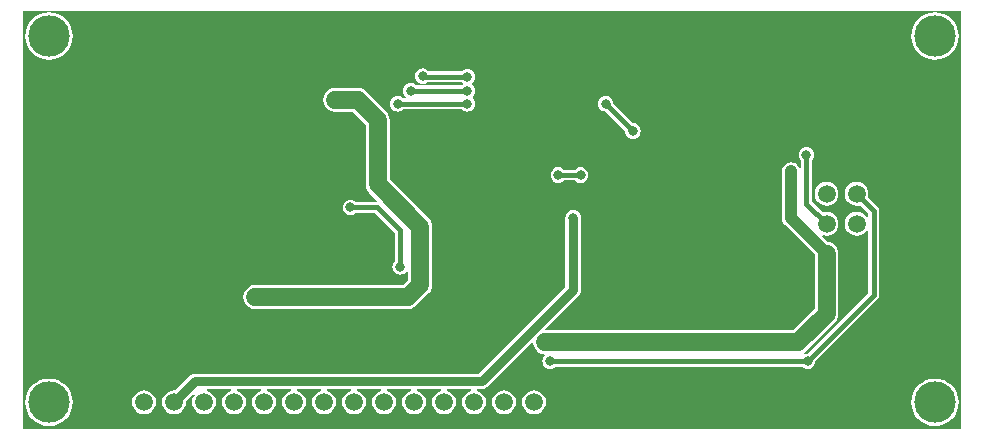
<source format=gbl>
G04 Layer_Physical_Order=2*
G04 Layer_Color=16711680*
%FSLAX25Y25*%
%MOIN*%
G70*
G01*
G75*
%ADD16C,0.03937*%
%ADD17C,0.05906*%
%ADD18C,0.03150*%
%ADD19C,0.01575*%
%ADD25C,0.13780*%
%ADD26R,0.05906X0.05906*%
%ADD27C,0.05906*%
%ADD28R,0.05906X0.05906*%
%ADD29C,0.03150*%
G36*
X313740Y1220D02*
X1220D01*
Y140512D01*
X313740D01*
Y1220D01*
D02*
G37*
%LPC*%
G36*
X161394Y13955D02*
X160362Y13819D01*
X159400Y13421D01*
X158575Y12788D01*
X157941Y11962D01*
X157543Y11000D01*
X157407Y9968D01*
X157543Y8937D01*
X157941Y7975D01*
X158575Y7149D01*
X159400Y6516D01*
X160362Y6117D01*
X161394Y5982D01*
X162426Y6117D01*
X163387Y6516D01*
X164213Y7149D01*
X164847Y7975D01*
X165245Y8937D01*
X165381Y9968D01*
X165245Y11000D01*
X164847Y11962D01*
X164213Y12788D01*
X163387Y13421D01*
X162426Y13819D01*
X161394Y13955D01*
D02*
G37*
G36*
X171394D02*
X170362Y13819D01*
X169400Y13421D01*
X168575Y12788D01*
X167941Y11962D01*
X167543Y11000D01*
X167407Y9968D01*
X167543Y8937D01*
X167941Y7975D01*
X168575Y7149D01*
X169400Y6516D01*
X170362Y6117D01*
X171394Y5982D01*
X172426Y6117D01*
X173387Y6516D01*
X174213Y7149D01*
X174846Y7975D01*
X175245Y8937D01*
X175381Y9968D01*
X175245Y11000D01*
X174846Y11962D01*
X174213Y12788D01*
X173387Y13421D01*
X172426Y13819D01*
X171394Y13955D01*
D02*
G37*
G36*
X268917Y83475D02*
X267885Y83339D01*
X266924Y82941D01*
X266098Y82307D01*
X265465Y81482D01*
X265066Y80520D01*
X264931Y79488D01*
X265066Y78456D01*
X265465Y77495D01*
X266098Y76669D01*
X266924Y76035D01*
X267885Y75637D01*
X268917Y75501D01*
X269949Y75637D01*
X270911Y76035D01*
X271737Y76669D01*
X272370Y77495D01*
X272768Y78456D01*
X272904Y79488D01*
X272768Y80520D01*
X272370Y81482D01*
X271737Y82307D01*
X270911Y82941D01*
X269949Y83339D01*
X268917Y83475D01*
D02*
G37*
G36*
X9740Y17897D02*
X8194Y17744D01*
X6706Y17293D01*
X5336Y16560D01*
X4134Y15574D01*
X3148Y14373D01*
X2416Y13002D01*
X1964Y11515D01*
X1812Y9968D01*
X1964Y8422D01*
X2416Y6935D01*
X3148Y5564D01*
X4134Y4363D01*
X5336Y3377D01*
X6706Y2644D01*
X8194Y2193D01*
X9740Y2041D01*
X11287Y2193D01*
X12774Y2644D01*
X14145Y3377D01*
X15346Y4363D01*
X16332Y5564D01*
X17065Y6935D01*
X17516Y8422D01*
X17668Y9968D01*
X17516Y11515D01*
X17065Y13002D01*
X16332Y14373D01*
X15346Y15574D01*
X14145Y16560D01*
X12774Y17293D01*
X11287Y17744D01*
X9740Y17897D01*
D02*
G37*
G36*
X305016D02*
X303469Y17744D01*
X301982Y17293D01*
X300611Y16560D01*
X299410Y15574D01*
X298424Y14373D01*
X297691Y13002D01*
X297240Y11515D01*
X297088Y9968D01*
X297240Y8422D01*
X297691Y6935D01*
X298424Y5564D01*
X299410Y4363D01*
X300611Y3377D01*
X301982Y2644D01*
X303469Y2193D01*
X305016Y2041D01*
X306562Y2193D01*
X308050Y2644D01*
X309420Y3377D01*
X310622Y4363D01*
X311608Y5564D01*
X312340Y6935D01*
X312791Y8422D01*
X312944Y9968D01*
X312791Y11515D01*
X312340Y13002D01*
X311608Y14373D01*
X310622Y15574D01*
X309420Y16560D01*
X308050Y17293D01*
X306562Y17744D01*
X305016Y17897D01*
D02*
G37*
G36*
X41394Y13955D02*
X40362Y13819D01*
X39400Y13421D01*
X38575Y12788D01*
X37941Y11962D01*
X37543Y11000D01*
X37407Y9968D01*
X37543Y8937D01*
X37941Y7975D01*
X38575Y7149D01*
X39400Y6516D01*
X40362Y6117D01*
X41394Y5982D01*
X42426Y6117D01*
X43387Y6516D01*
X44213Y7149D01*
X44846Y7975D01*
X45245Y8937D01*
X45381Y9968D01*
X45245Y11000D01*
X44846Y11962D01*
X44213Y12788D01*
X43387Y13421D01*
X42426Y13819D01*
X41394Y13955D01*
D02*
G37*
G36*
X134252Y121298D02*
X133580Y121209D01*
X132954Y120950D01*
X132416Y120537D01*
X132003Y119999D01*
X131743Y119373D01*
X131655Y118701D01*
X131743Y118029D01*
X132003Y117402D01*
X132416Y116864D01*
X132954Y116452D01*
X133580Y116192D01*
X134252Y116104D01*
X134924Y116192D01*
X135550Y116452D01*
X135850Y116682D01*
X147365D01*
X147376Y116668D01*
X147647Y116460D01*
X147661Y115966D01*
X147270Y115602D01*
X132162D01*
X132151Y115616D01*
X131614Y116029D01*
X130987Y116288D01*
X130315Y116376D01*
X129643Y116288D01*
X129016Y116029D01*
X128479Y115616D01*
X128066Y115078D01*
X127806Y114452D01*
X127718Y113779D01*
X127806Y113107D01*
X128066Y112481D01*
X128479Y111943D01*
X128703Y111771D01*
X128533Y111271D01*
X127831D01*
X127821Y111285D01*
X127283Y111698D01*
X126656Y111957D01*
X125984Y112046D01*
X125312Y111957D01*
X124686Y111698D01*
X124148Y111285D01*
X123735Y110747D01*
X123476Y110121D01*
X123387Y109449D01*
X123476Y108777D01*
X123735Y108150D01*
X124148Y107612D01*
X124686Y107200D01*
X125312Y106940D01*
X125984Y106852D01*
X126656Y106940D01*
X127283Y107200D01*
X127821Y107612D01*
X127831Y107626D01*
X147365D01*
X147376Y107612D01*
X147914Y107200D01*
X148540Y106940D01*
X149213Y106852D01*
X149885Y106940D01*
X150511Y107200D01*
X151049Y107612D01*
X151462Y108150D01*
X151721Y108777D01*
X151810Y109449D01*
X151721Y110121D01*
X151462Y110747D01*
X151049Y111285D01*
X150946Y111364D01*
Y111864D01*
X151049Y111943D01*
X151462Y112481D01*
X151721Y113107D01*
X151810Y113779D01*
X151721Y114452D01*
X151462Y115078D01*
X151049Y115616D01*
X150754Y115842D01*
Y116442D01*
X151049Y116668D01*
X151462Y117205D01*
X151721Y117832D01*
X151810Y118504D01*
X151721Y119176D01*
X151462Y119802D01*
X151049Y120340D01*
X150511Y120753D01*
X149885Y121012D01*
X149213Y121101D01*
X148540Y121012D01*
X147914Y120753D01*
X147376Y120340D01*
X147365Y120326D01*
X136250D01*
X136088Y120537D01*
X135550Y120950D01*
X134924Y121209D01*
X134252Y121298D01*
D02*
G37*
G36*
X9740Y139944D02*
X8194Y139791D01*
X6706Y139340D01*
X5336Y138608D01*
X4134Y137622D01*
X3148Y136420D01*
X2416Y135050D01*
X1964Y133562D01*
X1812Y132016D01*
X1964Y130469D01*
X2416Y128982D01*
X3148Y127611D01*
X4134Y126410D01*
X5336Y125424D01*
X6706Y124691D01*
X8194Y124240D01*
X9740Y124088D01*
X11287Y124240D01*
X12774Y124691D01*
X14145Y125424D01*
X15346Y126410D01*
X16332Y127611D01*
X17065Y128982D01*
X17516Y130469D01*
X17668Y132016D01*
X17516Y133562D01*
X17065Y135050D01*
X16332Y136420D01*
X15346Y137622D01*
X14145Y138608D01*
X12774Y139340D01*
X11287Y139791D01*
X9740Y139944D01*
D02*
G37*
G36*
X305016D02*
X303469Y139791D01*
X301982Y139340D01*
X300611Y138608D01*
X299410Y137622D01*
X298424Y136420D01*
X297691Y135050D01*
X297240Y133562D01*
X297088Y132016D01*
X297240Y130469D01*
X297691Y128982D01*
X298424Y127611D01*
X299410Y126410D01*
X300611Y125424D01*
X301982Y124691D01*
X303469Y124240D01*
X305016Y124088D01*
X306562Y124240D01*
X308050Y124691D01*
X309420Y125424D01*
X310622Y126410D01*
X311608Y127611D01*
X312340Y128982D01*
X312791Y130469D01*
X312944Y132016D01*
X312791Y133562D01*
X312340Y135050D01*
X311608Y136420D01*
X310622Y137622D01*
X309420Y138608D01*
X308050Y139340D01*
X306562Y139791D01*
X305016Y139944D01*
D02*
G37*
G36*
X195276Y112046D02*
X194603Y111957D01*
X193977Y111698D01*
X193439Y111285D01*
X193026Y110747D01*
X192767Y110121D01*
X192679Y109449D01*
X192767Y108777D01*
X193026Y108150D01*
X193439Y107612D01*
X193977Y107200D01*
X194603Y106940D01*
X195276Y106852D01*
X195293Y106854D01*
X201736Y100411D01*
X201734Y100394D01*
X201822Y99721D01*
X202082Y99095D01*
X202494Y98557D01*
X203032Y98145D01*
X203659Y97885D01*
X204331Y97797D01*
X205003Y97885D01*
X205629Y98145D01*
X206167Y98557D01*
X206580Y99095D01*
X206839Y99721D01*
X206928Y100394D01*
X206839Y101066D01*
X206580Y101692D01*
X206167Y102230D01*
X205629Y102643D01*
X205003Y102902D01*
X204331Y102991D01*
X204313Y102988D01*
X197870Y109431D01*
X197873Y109449D01*
X197784Y110121D01*
X197525Y110747D01*
X197112Y111285D01*
X196574Y111698D01*
X195948Y111957D01*
X195276Y112046D01*
D02*
G37*
G36*
X112598Y114814D02*
X112598Y114814D01*
X105217D01*
X104185Y114678D01*
X103223Y114279D01*
X102397Y113646D01*
X101764Y112820D01*
X101365Y111859D01*
X101230Y110827D01*
X101365Y109795D01*
X101764Y108833D01*
X102397Y108008D01*
X103223Y107374D01*
X104185Y106976D01*
X105217Y106840D01*
X110947D01*
X115305Y102482D01*
Y82677D01*
X115305Y82677D01*
X115440Y81645D01*
X115839Y80684D01*
X116472Y79858D01*
X119106Y77224D01*
X118899Y76724D01*
X112083D01*
X112073Y76738D01*
X111535Y77151D01*
X110908Y77410D01*
X110236Y77499D01*
X109564Y77410D01*
X108938Y77151D01*
X108400Y76738D01*
X107987Y76200D01*
X107728Y75574D01*
X107639Y74902D01*
X107728Y74229D01*
X107987Y73603D01*
X108400Y73065D01*
X108938Y72653D01*
X109564Y72393D01*
X110236Y72305D01*
X110908Y72393D01*
X111535Y72653D01*
X112073Y73065D01*
X112083Y73079D01*
X118438D01*
X124949Y66568D01*
Y56965D01*
X124935Y56954D01*
X124523Y56417D01*
X124263Y55790D01*
X124175Y55118D01*
X124263Y54446D01*
X124523Y53820D01*
X124935Y53282D01*
X125473Y52869D01*
X126100Y52610D01*
X126772Y52521D01*
X127444Y52610D01*
X128070Y52869D01*
X128608Y53282D01*
X128978Y53764D01*
X129172Y53754D01*
X129478Y53623D01*
Y50864D01*
X127679Y49066D01*
X78445D01*
X77413Y48930D01*
X76451Y48531D01*
X75626Y47898D01*
X74992Y47072D01*
X74594Y46111D01*
X74458Y45079D01*
X74594Y44047D01*
X74992Y43085D01*
X75626Y42260D01*
X76451Y41626D01*
X77413Y41228D01*
X78445Y41092D01*
X129331D01*
X129331Y41092D01*
X130363Y41228D01*
X131324Y41626D01*
X132150Y42260D01*
X136284Y46393D01*
X136284Y46393D01*
X136917Y47219D01*
X137316Y48181D01*
X137451Y49213D01*
Y57087D01*
Y68504D01*
X137451Y68504D01*
X137316Y69536D01*
X136917Y70497D01*
X136284Y71323D01*
X123278Y84329D01*
Y104134D01*
X123278Y104134D01*
X123142Y105166D01*
X122744Y106127D01*
X122110Y106953D01*
X122110Y106953D01*
X115418Y113646D01*
X114592Y114279D01*
X113630Y114678D01*
X113510Y114694D01*
X112598Y114814D01*
D02*
G37*
G36*
X186909Y88325D02*
X186237Y88237D01*
X185611Y87977D01*
X185073Y87565D01*
X185062Y87551D01*
X181375D01*
X181364Y87565D01*
X180826Y87977D01*
X180200Y88237D01*
X179528Y88325D01*
X178855Y88237D01*
X178229Y87977D01*
X177691Y87565D01*
X177278Y87027D01*
X177019Y86401D01*
X176930Y85728D01*
X177019Y85056D01*
X177278Y84430D01*
X177691Y83892D01*
X178229Y83479D01*
X178855Y83220D01*
X179528Y83131D01*
X180200Y83220D01*
X180826Y83479D01*
X181364Y83892D01*
X181375Y83906D01*
X185062D01*
X185073Y83892D01*
X185611Y83479D01*
X186237Y83220D01*
X186909Y83131D01*
X187582Y83220D01*
X188208Y83479D01*
X188746Y83892D01*
X189158Y84430D01*
X189418Y85056D01*
X189506Y85728D01*
X189418Y86401D01*
X189158Y87027D01*
X188746Y87565D01*
X188208Y87977D01*
X187582Y88237D01*
X186909Y88325D01*
D02*
G37*
G36*
X262205Y95117D02*
X261533Y95028D01*
X260906Y94769D01*
X260368Y94356D01*
X259956Y93818D01*
X259696Y93192D01*
X259608Y92520D01*
X259696Y91847D01*
X259956Y91221D01*
X260368Y90683D01*
X260382Y90673D01*
Y88115D01*
X259882Y88016D01*
X259680Y88505D01*
X259204Y89125D01*
X258584Y89601D01*
X257861Y89900D01*
X257087Y90002D01*
X256312Y89900D01*
X255590Y89601D01*
X254970Y89125D01*
X254494Y88505D01*
X254194Y87783D01*
X254093Y87008D01*
Y71319D01*
X254194Y70544D01*
X254494Y69822D01*
X254970Y69202D01*
X264931Y59241D01*
Y41041D01*
X257797Y33908D01*
X175296D01*
X175012Y34332D01*
X186285Y45605D01*
X186698Y46142D01*
X186957Y46769D01*
X187046Y47441D01*
Y71457D01*
X186957Y72129D01*
X186698Y72755D01*
X186285Y73293D01*
X185747Y73706D01*
X185121Y73965D01*
X184449Y74054D01*
X183777Y73965D01*
X183150Y73706D01*
X182612Y73293D01*
X182200Y72755D01*
X181940Y72129D01*
X181852Y71457D01*
Y48517D01*
X152861Y19526D01*
X58354D01*
X57682Y19438D01*
X57056Y19178D01*
X56518Y18766D01*
X51671Y13919D01*
X51394Y13955D01*
X50362Y13819D01*
X49400Y13421D01*
X48575Y12788D01*
X47941Y11962D01*
X47543Y11000D01*
X47407Y9968D01*
X47543Y8937D01*
X47941Y7975D01*
X48575Y7149D01*
X49400Y6516D01*
X50362Y6117D01*
X51394Y5982D01*
X52426Y6117D01*
X53387Y6516D01*
X54213Y7149D01*
X54847Y7975D01*
X55245Y8937D01*
X55381Y9968D01*
X55344Y10246D01*
X57968Y12870D01*
X58010Y12873D01*
X58171Y12685D01*
X58272Y12393D01*
X57941Y11962D01*
X57543Y11000D01*
X57407Y9968D01*
X57543Y8937D01*
X57941Y7975D01*
X58575Y7149D01*
X59400Y6516D01*
X60362Y6117D01*
X61394Y5982D01*
X62426Y6117D01*
X63387Y6516D01*
X64213Y7149D01*
X64846Y7975D01*
X65245Y8937D01*
X65381Y9968D01*
X65245Y11000D01*
X64846Y11962D01*
X64213Y12788D01*
X63387Y13421D01*
X62426Y13819D01*
X62330Y13832D01*
X62363Y14332D01*
X70425D01*
X70457Y13832D01*
X70362Y13819D01*
X69400Y13421D01*
X68575Y12788D01*
X67941Y11962D01*
X67543Y11000D01*
X67407Y9968D01*
X67543Y8937D01*
X67941Y7975D01*
X68575Y7149D01*
X69400Y6516D01*
X70362Y6117D01*
X71394Y5982D01*
X72426Y6117D01*
X73387Y6516D01*
X74213Y7149D01*
X74847Y7975D01*
X75245Y8937D01*
X75381Y9968D01*
X75245Y11000D01*
X74847Y11962D01*
X74213Y12788D01*
X73387Y13421D01*
X72426Y13819D01*
X72330Y13832D01*
X72363Y14332D01*
X80425D01*
X80457Y13832D01*
X80362Y13819D01*
X79400Y13421D01*
X78575Y12788D01*
X77941Y11962D01*
X77543Y11000D01*
X77407Y9968D01*
X77543Y8937D01*
X77941Y7975D01*
X78575Y7149D01*
X79400Y6516D01*
X80362Y6117D01*
X81394Y5982D01*
X82426Y6117D01*
X83387Y6516D01*
X84213Y7149D01*
X84847Y7975D01*
X85245Y8937D01*
X85381Y9968D01*
X85245Y11000D01*
X84847Y11962D01*
X84213Y12788D01*
X83387Y13421D01*
X82426Y13819D01*
X82330Y13832D01*
X82363Y14332D01*
X90425D01*
X90457Y13832D01*
X90362Y13819D01*
X89400Y13421D01*
X88575Y12788D01*
X87941Y11962D01*
X87543Y11000D01*
X87407Y9968D01*
X87543Y8937D01*
X87941Y7975D01*
X88575Y7149D01*
X89400Y6516D01*
X90362Y6117D01*
X91394Y5982D01*
X92426Y6117D01*
X93387Y6516D01*
X94213Y7149D01*
X94846Y7975D01*
X95245Y8937D01*
X95381Y9968D01*
X95245Y11000D01*
X94846Y11962D01*
X94213Y12788D01*
X93387Y13421D01*
X92426Y13819D01*
X92330Y13832D01*
X92363Y14332D01*
X100425D01*
X100457Y13832D01*
X100362Y13819D01*
X99400Y13421D01*
X98575Y12788D01*
X97941Y11962D01*
X97543Y11000D01*
X97407Y9968D01*
X97543Y8937D01*
X97941Y7975D01*
X98575Y7149D01*
X99400Y6516D01*
X100362Y6117D01*
X101394Y5982D01*
X102426Y6117D01*
X103387Y6516D01*
X104213Y7149D01*
X104847Y7975D01*
X105245Y8937D01*
X105381Y9968D01*
X105245Y11000D01*
X104847Y11962D01*
X104213Y12788D01*
X103387Y13421D01*
X102426Y13819D01*
X102330Y13832D01*
X102363Y14332D01*
X110425D01*
X110457Y13832D01*
X110362Y13819D01*
X109400Y13421D01*
X108575Y12788D01*
X107941Y11962D01*
X107543Y11000D01*
X107407Y9968D01*
X107543Y8937D01*
X107941Y7975D01*
X108575Y7149D01*
X109400Y6516D01*
X110362Y6117D01*
X111394Y5982D01*
X112426Y6117D01*
X113387Y6516D01*
X114213Y7149D01*
X114847Y7975D01*
X115245Y8937D01*
X115381Y9968D01*
X115245Y11000D01*
X114847Y11962D01*
X114213Y12788D01*
X113387Y13421D01*
X112426Y13819D01*
X112330Y13832D01*
X112363Y14332D01*
X120425D01*
X120457Y13832D01*
X120362Y13819D01*
X119400Y13421D01*
X118575Y12788D01*
X117941Y11962D01*
X117543Y11000D01*
X117407Y9968D01*
X117543Y8937D01*
X117941Y7975D01*
X118575Y7149D01*
X119400Y6516D01*
X120362Y6117D01*
X121394Y5982D01*
X122426Y6117D01*
X123387Y6516D01*
X124213Y7149D01*
X124846Y7975D01*
X125245Y8937D01*
X125381Y9968D01*
X125245Y11000D01*
X124846Y11962D01*
X124213Y12788D01*
X123387Y13421D01*
X122426Y13819D01*
X122330Y13832D01*
X122363Y14332D01*
X130425D01*
X130457Y13832D01*
X130362Y13819D01*
X129400Y13421D01*
X128575Y12788D01*
X127941Y11962D01*
X127543Y11000D01*
X127407Y9968D01*
X127543Y8937D01*
X127941Y7975D01*
X128575Y7149D01*
X129400Y6516D01*
X130362Y6117D01*
X131394Y5982D01*
X132426Y6117D01*
X133387Y6516D01*
X134213Y7149D01*
X134846Y7975D01*
X135245Y8937D01*
X135381Y9968D01*
X135245Y11000D01*
X134846Y11962D01*
X134213Y12788D01*
X133387Y13421D01*
X132426Y13819D01*
X132330Y13832D01*
X132363Y14332D01*
X140425D01*
X140457Y13832D01*
X140362Y13819D01*
X139400Y13421D01*
X138575Y12788D01*
X137941Y11962D01*
X137543Y11000D01*
X137407Y9968D01*
X137543Y8937D01*
X137941Y7975D01*
X138575Y7149D01*
X139400Y6516D01*
X140362Y6117D01*
X141394Y5982D01*
X142426Y6117D01*
X143387Y6516D01*
X144213Y7149D01*
X144846Y7975D01*
X145245Y8937D01*
X145381Y9968D01*
X145245Y11000D01*
X144846Y11962D01*
X144213Y12788D01*
X143387Y13421D01*
X142426Y13819D01*
X142330Y13832D01*
X142363Y14332D01*
X150425D01*
X150457Y13832D01*
X150362Y13819D01*
X149400Y13421D01*
X148575Y12788D01*
X147941Y11962D01*
X147543Y11000D01*
X147407Y9968D01*
X147543Y8937D01*
X147941Y7975D01*
X148575Y7149D01*
X149400Y6516D01*
X150362Y6117D01*
X151394Y5982D01*
X152426Y6117D01*
X153387Y6516D01*
X154213Y7149D01*
X154847Y7975D01*
X155245Y8937D01*
X155381Y9968D01*
X155245Y11000D01*
X154847Y11962D01*
X154213Y12788D01*
X153387Y13421D01*
X152426Y13819D01*
X152330Y13832D01*
X152363Y14332D01*
X153937D01*
X154609Y14421D01*
X155236Y14680D01*
X155773Y15093D01*
X170779Y30099D01*
X171221Y29834D01*
X171346Y28889D01*
X171744Y27928D01*
X172378Y27102D01*
X173203Y26469D01*
X174165Y26070D01*
X174802Y25986D01*
X174942Y25464D01*
X174935Y25458D01*
X174523Y24921D01*
X174263Y24294D01*
X174175Y23622D01*
X174263Y22950D01*
X174523Y22323D01*
X174935Y21786D01*
X175473Y21373D01*
X176100Y21113D01*
X176772Y21025D01*
X177444Y21113D01*
X178070Y21373D01*
X178608Y21786D01*
X178619Y21800D01*
X260751D01*
X260762Y21786D01*
X261300Y21373D01*
X261926Y21113D01*
X262598Y21025D01*
X263271Y21113D01*
X263897Y21373D01*
X264435Y21786D01*
X264847Y22323D01*
X265107Y22950D01*
X265195Y23622D01*
X265193Y23640D01*
X285934Y44381D01*
X286329Y44972D01*
X286468Y45669D01*
X286468Y45669D01*
Y73760D01*
X286468Y73760D01*
X286329Y74457D01*
X285934Y75049D01*
X285934Y75049D01*
X282698Y78285D01*
X282768Y78456D01*
X282904Y79488D01*
X282768Y80520D01*
X282370Y81482D01*
X281736Y82307D01*
X280911Y82941D01*
X279949Y83339D01*
X278917Y83475D01*
X277885Y83339D01*
X276924Y82941D01*
X276098Y82307D01*
X275465Y81482D01*
X275066Y80520D01*
X274931Y79488D01*
X275066Y78456D01*
X275465Y77495D01*
X276098Y76669D01*
X276924Y76035D01*
X277885Y75637D01*
X278917Y75501D01*
X279949Y75637D01*
X280120Y75708D01*
X282823Y73005D01*
Y71682D01*
X282540Y71557D01*
X282323Y71543D01*
X281736Y72307D01*
X280911Y72941D01*
X279949Y73339D01*
X278917Y73475D01*
X277885Y73339D01*
X276924Y72941D01*
X276098Y72307D01*
X275465Y71482D01*
X275066Y70520D01*
X274931Y69488D01*
X275066Y68456D01*
X275465Y67495D01*
X276098Y66669D01*
X276924Y66035D01*
X277885Y65637D01*
X278917Y65501D01*
X279949Y65637D01*
X280911Y66035D01*
X281736Y66669D01*
X282323Y67434D01*
X282540Y67420D01*
X282823Y67295D01*
Y46424D01*
X262616Y26217D01*
X262598Y26219D01*
X261926Y26131D01*
X261759Y26061D01*
X261638Y26011D01*
X261442Y26469D01*
X261543Y26546D01*
X262268Y27102D01*
X271737Y36571D01*
X272370Y37396D01*
X272768Y38358D01*
X272904Y39390D01*
X272904Y39390D01*
Y59488D01*
X272768Y60520D01*
X272370Y61482D01*
X271737Y62307D01*
X270911Y62941D01*
X269949Y63339D01*
X269202Y63437D01*
X267302Y65338D01*
X267586Y65761D01*
X267885Y65637D01*
X268917Y65501D01*
X269949Y65637D01*
X270911Y66035D01*
X271737Y66669D01*
X272370Y67495D01*
X272768Y68456D01*
X272904Y69488D01*
X272768Y70520D01*
X272370Y71482D01*
X271737Y72307D01*
X270911Y72941D01*
X269949Y73339D01*
X268917Y73475D01*
X267885Y73339D01*
X267714Y73268D01*
X264027Y76956D01*
Y90673D01*
X264041Y90683D01*
X264454Y91221D01*
X264713Y91847D01*
X264802Y92520D01*
X264713Y93192D01*
X264454Y93818D01*
X264041Y94356D01*
X263503Y94769D01*
X262877Y95028D01*
X262205Y95117D01*
D02*
G37*
%LPD*%
D16*
X214173Y89945D02*
Y95669D01*
X231102D02*
X240945Y105512D01*
X181102Y95669D02*
X231102D01*
X257087Y71319D02*
X268917Y59488D01*
X257087Y71319D02*
Y87008D01*
X172835Y95669D02*
X181102D01*
X160236Y83071D02*
X172835Y95669D01*
X214173Y55512D02*
X218504Y51181D01*
X214173Y55512D02*
Y89945D01*
X93898Y92126D02*
X105217Y103445D01*
X80610Y92126D02*
X93898D01*
X65354Y83268D02*
X71752D01*
X80610Y92126D01*
X69784Y50787D02*
Y74410D01*
X69784Y68996D02*
X116043D01*
X65354Y78839D02*
Y83268D01*
Y78839D02*
X69784Y74410D01*
X65354Y50787D02*
X69784D01*
X49606Y35039D02*
X65354Y50787D01*
X31394Y16827D02*
X49606Y35039D01*
X31394Y9968D02*
Y16827D01*
D17*
X78445Y45079D02*
X129331D01*
X259449Y29921D02*
X268917Y39390D01*
X112598Y110827D02*
X119291Y104134D01*
X133465Y57087D02*
Y68504D01*
Y49213D02*
Y57087D01*
X119291Y82677D02*
X133465Y68504D01*
X119291Y82677D02*
Y104134D01*
X129331Y45079D02*
X133465Y49213D01*
X268917Y39390D02*
Y59488D01*
X175197Y29921D02*
X259449D01*
X49606Y35039D02*
X145669D01*
X160236Y49606D01*
X105217Y110827D02*
X112598D01*
D18*
X184449Y47441D02*
Y71457D01*
X153937Y16929D02*
X184449Y47441D01*
X58354Y16929D02*
X153937D01*
X51394Y9968D02*
X58354Y16929D01*
D19*
X262205Y76201D02*
Y92520D01*
Y76201D02*
X268917Y69488D01*
X125984Y109449D02*
X149213D01*
X195276D02*
X204331Y100394D01*
X134449Y118504D02*
X149213D01*
X134252Y118701D02*
X134449Y118504D01*
X130315Y113779D02*
X149213D01*
X110236Y74902D02*
X119193D01*
X126772Y67323D01*
Y55118D02*
Y67323D01*
X284646Y45669D02*
Y73760D01*
X262598Y23622D02*
X284646Y45669D01*
X176772Y23622D02*
X262598D01*
X278917Y79488D02*
X284646Y73760D01*
X179528Y85728D02*
X186909D01*
D25*
X9740Y9968D02*
D03*
X305016D02*
D03*
X9740Y132016D02*
D03*
X305016D02*
D03*
D26*
X31394Y9968D02*
D03*
D27*
X41394D02*
D03*
X51394D02*
D03*
X61394D02*
D03*
X71394D02*
D03*
X81394D02*
D03*
X91394D02*
D03*
X101394D02*
D03*
X111394D02*
D03*
X121394D02*
D03*
X131394D02*
D03*
X141394D02*
D03*
X151394D02*
D03*
X161394D02*
D03*
X171394D02*
D03*
X181394D02*
D03*
X268917Y59488D02*
D03*
X278917Y69488D02*
D03*
X268917D02*
D03*
X278917Y79488D02*
D03*
X268917D02*
D03*
D28*
X278917Y59488D02*
D03*
D29*
X82226Y44110D02*
D03*
X78445Y45079D02*
D03*
X133465Y61811D02*
D03*
X175197Y29921D02*
D03*
X262268Y32740D02*
D03*
X261417Y115354D02*
D03*
X268898Y99213D02*
D03*
X38583Y64567D02*
D03*
X18504Y87008D02*
D03*
X26772Y106299D02*
D03*
X44882Y127165D02*
D03*
X107874Y135433D02*
D03*
X161417Y130709D02*
D03*
X200000Y130315D02*
D03*
X232283D02*
D03*
X298425Y112205D02*
D03*
X300394Y91339D02*
D03*
X299606Y50394D02*
D03*
X296457Y31102D02*
D03*
X261811Y11811D02*
D03*
X233858Y12205D02*
D03*
X205512Y13386D02*
D03*
X219685Y40157D02*
D03*
X233858Y64961D02*
D03*
X232283Y76772D02*
D03*
X251969Y50787D02*
D03*
X237008Y51181D02*
D03*
X222047Y53937D02*
D03*
X213779Y51575D02*
D03*
X251575Y90945D02*
D03*
X230315Y106693D02*
D03*
X252362Y97638D02*
D03*
X250787Y106693D02*
D03*
X236221Y101181D02*
D03*
X209449Y95669D02*
D03*
X218504D02*
D03*
X214173D02*
D03*
X164567Y96063D02*
D03*
X185827Y95669D02*
D03*
X199606D02*
D03*
X198425Y84646D02*
D03*
X199606Y77165D02*
D03*
X202756Y59842D02*
D03*
X190157Y64173D02*
D03*
X172835Y68898D02*
D03*
X177559Y66929D02*
D03*
X179134Y61811D02*
D03*
X155905Y45669D02*
D03*
X167323Y46850D02*
D03*
X163386Y39370D02*
D03*
X127559Y86221D02*
D03*
Y94095D02*
D03*
X143701Y84646D02*
D03*
X156299Y85827D02*
D03*
X100394Y98819D02*
D03*
X65354Y78740D02*
D03*
X60236Y79528D02*
D03*
X59449Y84252D02*
D03*
X120866Y64567D02*
D03*
X118898Y60236D02*
D03*
X68898Y45669D02*
D03*
X66142Y53937D02*
D03*
X49606Y29921D02*
D03*
Y39370D02*
D03*
X6693Y31102D02*
D03*
Y40551D02*
D03*
X11654Y35827D02*
D03*
X244488Y43701D02*
D03*
X240158D02*
D03*
X244094Y105512D02*
D03*
X240945D02*
D03*
X257087Y87008D02*
D03*
X262205Y92520D02*
D03*
X125984Y109449D02*
D03*
X149213D02*
D03*
X195276D02*
D03*
X204331Y100394D02*
D03*
X149213Y118504D02*
D03*
Y113779D02*
D03*
X134252Y118701D02*
D03*
X130315Y113779D02*
D03*
X262598Y23622D02*
D03*
X259449Y29921D02*
D03*
X126772Y55118D02*
D03*
X110236Y74902D02*
D03*
X176772Y23622D02*
D03*
X133465Y57087D02*
D03*
X179134Y29921D02*
D03*
X218504Y51181D02*
D03*
X214173Y89945D02*
D03*
X181102Y95669D02*
D03*
X160236Y49606D02*
D03*
Y83071D02*
D03*
X184449Y71457D02*
D03*
X179528Y85728D02*
D03*
X186909D02*
D03*
X105217Y110827D02*
D03*
Y103445D02*
D03*
X65354Y83268D02*
D03*
X69784Y50787D02*
D03*
X49606Y35039D02*
D03*
X116043Y65059D02*
D03*
Y68996D02*
D03*
M02*

</source>
